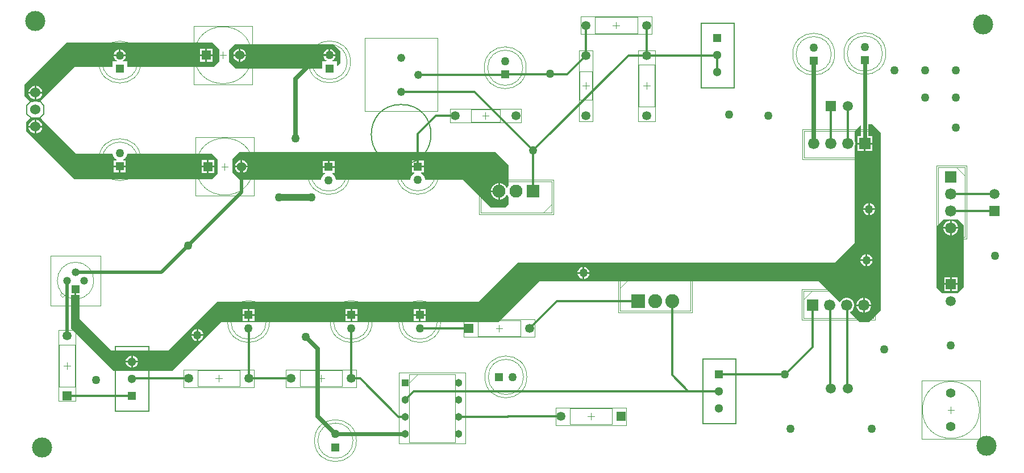
<source format=gbl>
G04*
G04 #@! TF.GenerationSoftware,Altium Limited,Altium Designer,21.2.2 (38)*
G04*
G04 Layer_Physical_Order=2*
G04 Layer_Color=16776960*
%FSLAX25Y25*%
%MOIN*%
G70*
G04*
G04 #@! TF.SameCoordinates,821FD0D4-0334-4DB9-88A1-7179C856D29A*
G04*
G04*
G04 #@! TF.FilePolarity,Positive*
G04*
G01*
G75*
%ADD10C,0.00787*%
%ADD12C,0.00394*%
%ADD16C,0.00600*%
%ADD17C,0.00197*%
%ADD46C,0.01200*%
%ADD47C,0.02500*%
%ADD48C,0.02000*%
%ADD49C,0.02200*%
%ADD50R,0.05020X0.05020*%
%ADD51C,0.05020*%
%ADD52C,0.07618*%
%ADD53R,0.07618X0.07618*%
%ADD54R,0.05118X0.05118*%
%ADD55C,0.05118*%
%ADD56C,0.05906*%
%ADD57R,0.05906X0.05906*%
%ADD58R,0.05512X0.05512*%
%ADD59C,0.05512*%
%ADD60C,0.06000*%
%ADD61C,0.04654*%
%ADD62R,0.04654X0.04654*%
%ADD63C,0.05315*%
%ADD64R,0.05315X0.05315*%
%ADD65R,0.05315X0.05315*%
%ADD66R,0.05020X0.05020*%
%ADD67C,0.04461*%
%ADD68R,0.04461X0.04461*%
%ADD69C,0.06614*%
%ADD70R,0.06614X0.06614*%
%ADD71R,0.06614X0.06614*%
%ADD72R,0.05906X0.05906*%
%ADD73C,0.08209*%
%ADD74R,0.08209X0.08209*%
%ADD75C,0.04842*%
%ADD76C,0.05000*%
%ADD77C,0.11811*%
%ADD78C,0.04000*%
G36*
X397000Y449000D02*
Y442000D01*
X395272Y440272D01*
X394810Y440463D01*
Y442936D01*
X392346D01*
X392212Y443436D01*
X392655Y443691D01*
X393309Y444345D01*
X393771Y445145D01*
X394000Y446000D01*
X390500D01*
X387000D01*
X387229Y445145D01*
X387691Y444345D01*
X388345Y443691D01*
X388788Y443436D01*
X388654Y442936D01*
X386190D01*
Y438626D01*
X335374D01*
X331500Y442500D01*
Y449500D01*
X335000Y453000D01*
X393000D01*
X397000Y449000D01*
D02*
G37*
G36*
X326000Y449789D02*
X326000Y443000D01*
X322500Y439500D01*
X271810D01*
Y442810D01*
X269346D01*
X269212Y443310D01*
X269655Y443565D01*
X270309Y444219D01*
X270771Y445019D01*
X271000Y445874D01*
X267500D01*
X264000D01*
X264229Y445019D01*
X264691Y444219D01*
X265345Y443565D01*
X265788Y443310D01*
X265654Y442810D01*
X263190D01*
Y439500D01*
X241000D01*
X220500Y419000D01*
X219752D01*
X218632Y419300D01*
X217368D01*
X216248Y419000D01*
X215000D01*
X211500Y422500D01*
Y429000D01*
X236289Y453789D01*
X322000D01*
X326000Y449789D01*
D02*
G37*
G36*
X219000Y413500D02*
X217000D01*
Y415500D01*
X219000D01*
Y413500D01*
D02*
G37*
G36*
X714000Y401000D02*
Y296500D01*
X707000Y289500D01*
X701443D01*
X695881Y295062D01*
Y295613D01*
X696645Y296054D01*
X697446Y296855D01*
X698014Y297837D01*
X698307Y298933D01*
Y300067D01*
X698014Y301163D01*
X697446Y302145D01*
X696645Y302946D01*
X695662Y303514D01*
X694567Y303807D01*
X693433D01*
X692338Y303514D01*
X691355Y302946D01*
X690554Y302145D01*
X690170Y301481D01*
X689551Y301393D01*
X677443Y313500D01*
X513500D01*
X489500Y289500D01*
X475941D01*
Y289657D01*
X468626D01*
Y289500D01*
X443907D01*
X443870Y289510D01*
X442946D01*
X442909Y289500D01*
X403730D01*
X403694Y289510D01*
X402770D01*
X402733Y289500D01*
X343499D01*
X343462Y289510D01*
X342538D01*
X342501Y289500D01*
X327000D01*
X298500Y261000D01*
X264000Y261000D01*
X239000Y286000D01*
X239000Y305673D01*
X241000D01*
Y309000D01*
X242000D01*
Y305673D01*
X244000D01*
X244000Y291500D01*
X262500Y273000D01*
X296000D01*
X324500Y301500D01*
X478000D01*
X501000Y324500D01*
X687000D01*
X698500Y336000D01*
Y392814D01*
X698514Y392838D01*
X698807Y393933D01*
Y395067D01*
X698514Y396163D01*
X698500Y396186D01*
Y402000D01*
X701897Y405397D01*
X702359Y405206D01*
Y398807D01*
X700193D01*
Y395000D01*
X704500D01*
X708807D01*
Y398807D01*
X706641D01*
Y406000D01*
X709000D01*
X714000Y401000D01*
D02*
G37*
G36*
X242000Y388500D02*
X263190D01*
Y388433D01*
X263484Y387336D01*
X264051Y386354D01*
X264854Y385551D01*
X265573Y385136D01*
X265439Y384636D01*
X263990D01*
Y381626D01*
X267500D01*
X271010D01*
Y384636D01*
X269561D01*
X269427Y385136D01*
X270146Y385551D01*
X270949Y386354D01*
X271516Y387336D01*
X271810Y388433D01*
Y388500D01*
X321500Y388500D01*
X325000Y385000D01*
X325000Y377000D01*
X321500Y373500D01*
X241000Y373500D01*
X212500Y402000D01*
Y407000D01*
X215000Y409500D01*
X221000D01*
X242000Y388500D01*
D02*
G37*
G36*
X495500Y382000D02*
Y369924D01*
X494827Y368758D01*
X494499Y368696D01*
X494271Y368721D01*
X493848Y369453D01*
X492953Y370348D01*
X491856Y370981D01*
X490633Y371309D01*
X490500D01*
Y366500D01*
Y361691D01*
X490633D01*
X491856Y362019D01*
X492953Y362652D01*
X493848Y363547D01*
X494271Y364279D01*
X494499Y364304D01*
X494827Y364242D01*
X495500Y363076D01*
Y359000D01*
X493500Y357000D01*
X485000D01*
X468881Y373119D01*
X446540D01*
Y373686D01*
X446246Y374782D01*
X445679Y375765D01*
X444876Y376568D01*
X444157Y376983D01*
X444291Y377483D01*
X445740D01*
Y380493D01*
X442230D01*
X438720D01*
Y377483D01*
X440169D01*
X440303Y376983D01*
X439584Y376568D01*
X438781Y375765D01*
X438214Y374782D01*
X437920Y373686D01*
Y373119D01*
X394310D01*
Y373567D01*
X394016Y374663D01*
X393449Y375646D01*
X392646Y376449D01*
X391927Y376864D01*
X392061Y377364D01*
X393510D01*
Y380374D01*
X390000D01*
X386490D01*
Y377364D01*
X387939D01*
X388073Y376864D01*
X387354Y376449D01*
X386551Y375646D01*
X385984Y374663D01*
X385690Y373567D01*
Y373119D01*
X337881D01*
X333500Y377500D01*
Y385500D01*
X337500Y389500D01*
X488000D01*
X495500Y382000D01*
D02*
G37*
G36*
X762500Y346500D02*
Y310000D01*
X759000Y306500D01*
X750000D01*
X746500Y310000D01*
Y339000D01*
Y346000D01*
X750500Y350000D01*
X759000D01*
X762500Y346500D01*
D02*
G37*
%LPC*%
G36*
X391000Y450000D02*
Y447000D01*
X394000D01*
X393771Y447855D01*
X393309Y448655D01*
X392655Y449309D01*
X391855Y449771D01*
X391000Y450000D01*
D02*
G37*
G36*
X338342Y450254D02*
Y447000D01*
X341597D01*
X341342Y447950D01*
X340848Y448806D01*
X340149Y449506D01*
X339292Y450000D01*
X338342Y450254D01*
D02*
G37*
G36*
X337343D02*
X336393Y450000D01*
X335536Y449506D01*
X334837Y448806D01*
X334343Y447950D01*
X334088Y447000D01*
X337343D01*
Y450254D01*
D02*
G37*
G36*
X390000Y450000D02*
X389145Y449771D01*
X388345Y449309D01*
X387691Y448655D01*
X387229Y447855D01*
X387000Y447000D01*
X390000D01*
Y450000D01*
D02*
G37*
G36*
X341597Y446000D02*
X338342D01*
Y442746D01*
X339292Y443000D01*
X340149Y443495D01*
X340848Y444194D01*
X341342Y445050D01*
X341597Y446000D01*
D02*
G37*
G36*
X337343D02*
X334088D01*
X334343Y445050D01*
X334837Y444194D01*
X335536Y443495D01*
X336393Y443000D01*
X337343Y442746D01*
Y446000D01*
D02*
G37*
G36*
X321913Y450256D02*
X318657D01*
Y447000D01*
X321913D01*
Y450256D01*
D02*
G37*
G36*
X317657D02*
X314402D01*
Y447000D01*
X317657D01*
Y450256D01*
D02*
G37*
G36*
X268000Y449874D02*
Y446874D01*
X271000D01*
X270771Y447729D01*
X270309Y448529D01*
X269655Y449183D01*
X268855Y449645D01*
X268000Y449874D01*
D02*
G37*
G36*
X267000Y449874D02*
X266145Y449645D01*
X265345Y449183D01*
X264691Y448529D01*
X264229Y447729D01*
X264000Y446874D01*
X267000D01*
Y449874D01*
D02*
G37*
G36*
X321913Y446000D02*
X318657D01*
Y442744D01*
X321913D01*
Y446000D01*
D02*
G37*
G36*
X317657D02*
X314402D01*
Y442744D01*
X317657D01*
Y446000D01*
D02*
G37*
G36*
X218527Y428500D02*
X218500D01*
Y425500D01*
X219000D01*
Y425000D01*
X222000D01*
Y425027D01*
X221727Y426044D01*
X221201Y426956D01*
X220456Y427701D01*
X219544Y428227D01*
X218527Y428500D01*
D02*
G37*
G36*
X217500D02*
X217473D01*
X216456Y428227D01*
X215544Y427701D01*
X214799Y426956D01*
X214273Y426044D01*
X214000Y425027D01*
Y425000D01*
X217000D01*
Y425500D01*
X217500D01*
Y428500D01*
D02*
G37*
G36*
X222000Y424000D02*
X219000D01*
Y423500D01*
X218500D01*
Y420500D01*
X218527D01*
X219544Y420773D01*
X220456Y421299D01*
X221201Y422044D01*
X221727Y422956D01*
X222000Y423973D01*
Y424000D01*
D02*
G37*
G36*
X217000D02*
X214000D01*
Y423973D01*
X214273Y422956D01*
X214799Y422044D01*
X215544Y421299D01*
X216456Y420773D01*
X217473Y420500D01*
X217500D01*
Y423500D01*
X217000D01*
Y424000D01*
D02*
G37*
G36*
X708807Y394000D02*
X705000D01*
Y390193D01*
X708807D01*
Y394000D01*
D02*
G37*
G36*
X704000D02*
X700193D01*
Y390193D01*
X704000D01*
Y394000D01*
D02*
G37*
G36*
X707500Y359489D02*
Y356500D01*
X710490D01*
X710261Y357351D01*
X709801Y358149D01*
X709149Y358801D01*
X708351Y359261D01*
X707500Y359489D01*
D02*
G37*
G36*
X706500D02*
X705649Y359261D01*
X704851Y358801D01*
X704199Y358149D01*
X703738Y357351D01*
X703511Y356500D01*
X706500D01*
Y359489D01*
D02*
G37*
G36*
X710490Y355500D02*
X707500D01*
Y352510D01*
X708351Y352738D01*
X709149Y353199D01*
X709801Y353851D01*
X710261Y354649D01*
X710490Y355500D01*
D02*
G37*
G36*
X706500D02*
X703511D01*
X703738Y354649D01*
X704199Y353851D01*
X704851Y353199D01*
X705649Y352738D01*
X706500Y352510D01*
Y355500D01*
D02*
G37*
G36*
X706000Y329489D02*
Y326500D01*
X708989D01*
X708762Y327351D01*
X708301Y328149D01*
X707649Y328801D01*
X706851Y329261D01*
X706000Y329489D01*
D02*
G37*
G36*
X705000D02*
X704149Y329261D01*
X703351Y328801D01*
X702699Y328149D01*
X702239Y327351D01*
X702010Y326500D01*
X705000D01*
Y329489D01*
D02*
G37*
G36*
X708989Y325500D02*
X706000D01*
Y322511D01*
X706851Y322739D01*
X707649Y323199D01*
X708301Y323851D01*
X708762Y324649D01*
X708989Y325500D01*
D02*
G37*
G36*
X705000D02*
X702010D01*
X702239Y324649D01*
X702699Y323851D01*
X703351Y323199D01*
X704149Y322739D01*
X705000Y322511D01*
Y325500D01*
D02*
G37*
G36*
X540000Y321989D02*
Y319000D01*
X542989D01*
X542762Y319851D01*
X542301Y320649D01*
X541649Y321301D01*
X540851Y321761D01*
X540000Y321989D01*
D02*
G37*
G36*
X539000D02*
X538149Y321761D01*
X537351Y321301D01*
X536699Y320649D01*
X536238Y319851D01*
X536011Y319000D01*
X539000D01*
Y321989D01*
D02*
G37*
G36*
X542989Y318000D02*
X540000D01*
Y315010D01*
X540851Y315238D01*
X541649Y315699D01*
X542301Y316351D01*
X542762Y317149D01*
X542989Y318000D01*
D02*
G37*
G36*
X539000D02*
X536011D01*
X536238Y317149D01*
X536699Y316351D01*
X537351Y315699D01*
X538149Y315238D01*
X539000Y315010D01*
Y318000D01*
D02*
G37*
G36*
X704567Y303807D02*
X704500D01*
Y300000D01*
X708307D01*
Y300067D01*
X708014Y301163D01*
X707446Y302145D01*
X706645Y302946D01*
X705662Y303514D01*
X704567Y303807D01*
D02*
G37*
G36*
X703500D02*
X703433D01*
X702338Y303514D01*
X701355Y302946D01*
X700554Y302145D01*
X699986Y301163D01*
X699693Y300067D01*
Y300000D01*
X703500D01*
Y303807D01*
D02*
G37*
G36*
X708307Y299000D02*
X704500D01*
Y295193D01*
X704567D01*
X705662Y295486D01*
X706645Y296054D01*
X707446Y296855D01*
X708014Y297837D01*
X708307Y298933D01*
Y299000D01*
D02*
G37*
G36*
X703500D02*
X699693D01*
Y298933D01*
X699986Y297837D01*
X700554Y296855D01*
X701355Y296054D01*
X702338Y295486D01*
X703433Y295193D01*
X703500D01*
Y299000D01*
D02*
G37*
G36*
X446918Y297384D02*
X443908D01*
Y294374D01*
X446918D01*
Y297384D01*
D02*
G37*
G36*
X406742D02*
X403732D01*
Y294374D01*
X406742D01*
Y297384D01*
D02*
G37*
G36*
X346510D02*
X343500D01*
Y294374D01*
X346510D01*
Y297384D01*
D02*
G37*
G36*
X442908D02*
X439898D01*
Y294374D01*
X442908D01*
Y297384D01*
D02*
G37*
G36*
X402732D02*
X399722D01*
Y294374D01*
X402732D01*
Y297384D01*
D02*
G37*
G36*
X342500D02*
X339490D01*
Y294374D01*
X342500D01*
Y297384D01*
D02*
G37*
G36*
X446918Y293374D02*
X443908D01*
Y290364D01*
X446918D01*
Y293374D01*
D02*
G37*
G36*
X442908D02*
X439898D01*
Y290364D01*
X442908D01*
Y293374D01*
D02*
G37*
G36*
X406742D02*
X403732D01*
Y290364D01*
X406742D01*
Y293374D01*
D02*
G37*
G36*
X402732D02*
X399722D01*
Y290364D01*
X402732D01*
Y293374D01*
D02*
G37*
G36*
X346510D02*
X343500D01*
Y290364D01*
X346510D01*
Y293374D01*
D02*
G37*
G36*
X342500D02*
X339490D01*
Y290364D01*
X342500D01*
Y293374D01*
D02*
G37*
G36*
X313500Y285490D02*
Y282500D01*
X316490D01*
X316262Y283351D01*
X315801Y284149D01*
X315149Y284801D01*
X314351Y285262D01*
X313500Y285490D01*
D02*
G37*
G36*
X312500D02*
X311649Y285262D01*
X310851Y284801D01*
X310199Y284149D01*
X309738Y283351D01*
X309510Y282500D01*
X312500D01*
Y285490D01*
D02*
G37*
G36*
X316490Y281500D02*
X313500D01*
Y278510D01*
X314351Y278738D01*
X315149Y279199D01*
X315801Y279851D01*
X316262Y280649D01*
X316490Y281500D01*
D02*
G37*
G36*
X312500D02*
X309510D01*
X309738Y280649D01*
X310199Y279851D01*
X310851Y279199D01*
X311649Y278738D01*
X312500Y278510D01*
Y281500D01*
D02*
G37*
G36*
X275051Y269962D02*
Y266912D01*
X278102D01*
X277868Y267785D01*
X277399Y268597D01*
X276737Y269260D01*
X275925Y269728D01*
X275051Y269962D01*
D02*
G37*
G36*
X274051D02*
X273178Y269728D01*
X272366Y269260D01*
X271704Y268597D01*
X271235Y267785D01*
X271001Y266912D01*
X274051D01*
Y269962D01*
D02*
G37*
G36*
X278102Y265912D02*
X275051D01*
Y262861D01*
X275925Y263095D01*
X276737Y263564D01*
X277399Y264226D01*
X277868Y265038D01*
X278102Y265912D01*
D02*
G37*
G36*
X274051D02*
X271001D01*
X271235Y265038D01*
X271704Y264226D01*
X272366Y263564D01*
X273178Y263095D01*
X274051Y262861D01*
Y265912D01*
D02*
G37*
G36*
X218527Y408500D02*
X218500D01*
Y405500D01*
X219000D01*
Y405000D01*
X222000D01*
Y405027D01*
X221727Y406044D01*
X221201Y406956D01*
X220456Y407701D01*
X219544Y408227D01*
X218527Y408500D01*
D02*
G37*
G36*
X217500D02*
X217473D01*
X216456Y408227D01*
X215544Y407701D01*
X214799Y406956D01*
X214273Y406044D01*
X214000Y405027D01*
Y405000D01*
X217000D01*
Y405500D01*
X217500D01*
Y408500D01*
D02*
G37*
G36*
X222000Y404000D02*
X219000D01*
Y403500D01*
X218500D01*
Y400500D01*
X218527D01*
X219544Y400773D01*
X220456Y401299D01*
X221201Y402044D01*
X221727Y402956D01*
X222000Y403973D01*
Y404000D01*
D02*
G37*
G36*
X217000D02*
X214000D01*
Y403973D01*
X214273Y402956D01*
X214799Y402044D01*
X215544Y401299D01*
X216456Y400773D01*
X217473Y400500D01*
X217500D01*
Y403500D01*
X217000D01*
Y404000D01*
D02*
G37*
G36*
X322913Y384756D02*
X319657D01*
Y381500D01*
X322913D01*
Y384756D01*
D02*
G37*
G36*
X318657D02*
X315402D01*
Y381500D01*
X318657D01*
Y384756D01*
D02*
G37*
G36*
X271010Y380626D02*
X268000D01*
Y377616D01*
X271010D01*
Y380626D01*
D02*
G37*
G36*
X267000D02*
X263990D01*
Y377616D01*
X267000D01*
Y380626D01*
D02*
G37*
G36*
X322913Y380500D02*
X319657D01*
Y377244D01*
X322913D01*
Y380500D01*
D02*
G37*
G36*
X318657D02*
X315402D01*
Y377244D01*
X318657D01*
Y380500D01*
D02*
G37*
G36*
X339342Y384754D02*
Y381500D01*
X342597D01*
X342342Y382450D01*
X341848Y383306D01*
X341149Y384005D01*
X340292Y384500D01*
X339342Y384754D01*
D02*
G37*
G36*
X338342D02*
X337393Y384500D01*
X336536Y384005D01*
X335837Y383306D01*
X335343Y382450D01*
X335088Y381500D01*
X338342D01*
Y384754D01*
D02*
G37*
G36*
X445740Y384503D02*
X442730D01*
Y381493D01*
X445740D01*
Y384503D01*
D02*
G37*
G36*
X441730D02*
X438720D01*
Y381493D01*
X441730D01*
Y384503D01*
D02*
G37*
G36*
X393510Y384384D02*
X390500D01*
Y381374D01*
X393510D01*
Y384384D01*
D02*
G37*
G36*
X389500D02*
X386490D01*
Y381374D01*
X389500D01*
Y384384D01*
D02*
G37*
G36*
X342597Y380500D02*
X339342D01*
Y377246D01*
X340292Y377500D01*
X341149Y377994D01*
X341848Y378694D01*
X342342Y379550D01*
X342597Y380500D01*
D02*
G37*
G36*
X338342D02*
X335088D01*
X335343Y379550D01*
X335837Y378694D01*
X336536Y377994D01*
X337393Y377500D01*
X338342Y377246D01*
Y380500D01*
D02*
G37*
G36*
X489500Y371309D02*
X489367D01*
X488144Y370981D01*
X487047Y370348D01*
X486152Y369453D01*
X485519Y368356D01*
X485191Y367133D01*
Y367000D01*
X489500D01*
Y371309D01*
D02*
G37*
G36*
Y366000D02*
X485191D01*
Y365867D01*
X485519Y364644D01*
X486152Y363547D01*
X487047Y362652D01*
X488144Y362019D01*
X489367Y361691D01*
X489500D01*
Y366000D01*
D02*
G37*
G36*
X755567Y349307D02*
X755500D01*
Y345500D01*
X759307D01*
Y345567D01*
X759014Y346662D01*
X758447Y347645D01*
X757645Y348446D01*
X756663Y349014D01*
X755567Y349307D01*
D02*
G37*
G36*
X754500D02*
X754433D01*
X753337Y349014D01*
X752355Y348446D01*
X751553Y347645D01*
X750986Y346662D01*
X750693Y345567D01*
Y345500D01*
X754500D01*
Y349307D01*
D02*
G37*
G36*
X759307Y344500D02*
X755500D01*
Y340693D01*
X755567D01*
X756663Y340986D01*
X757645Y341553D01*
X758447Y342355D01*
X759014Y343337D01*
X759307Y344433D01*
Y344500D01*
D02*
G37*
G36*
X754500D02*
X750693D01*
Y344433D01*
X750986Y343337D01*
X751553Y342355D01*
X752355Y341553D01*
X753337Y340986D01*
X754433Y340693D01*
X754500D01*
Y344500D01*
D02*
G37*
G36*
X758953Y315953D02*
X755500D01*
Y312500D01*
X758953D01*
Y315953D01*
D02*
G37*
G36*
X754500D02*
X751047D01*
Y312500D01*
X754500D01*
Y315953D01*
D02*
G37*
G36*
X758953Y311500D02*
X755500D01*
Y308047D01*
X758953D01*
Y311500D01*
D02*
G37*
G36*
X754500D02*
X751047D01*
Y308047D01*
X754500D01*
Y311500D01*
D02*
G37*
%LPD*%
D10*
X432500Y382453D02*
G03*
X432500Y417492I0J17520D01*
G01*
D02*
G03*
X432500Y382453I0J-17520D01*
G01*
D12*
X684835Y447063D02*
G03*
X684835Y447063I-10335J0D01*
G01*
X714835Y447437D02*
G03*
X714835Y447437I-10335J0D01*
G01*
X344732Y446500D02*
G03*
X344732Y446500I-16732J0D01*
G01*
X400335Y376937D02*
G03*
X400335Y376937I-10335J0D01*
G01*
X400835Y442563D02*
G03*
X400835Y442563I-10335J0D01*
G01*
X345732Y381000D02*
G03*
X345732Y381000I-16732J0D01*
G01*
X277835Y442437D02*
G03*
X277835Y442437I-10335J0D01*
G01*
Y385063D02*
G03*
X277835Y385063I-10335J0D01*
G01*
X241500Y324701D02*
G03*
X241500Y303299I0J-10701D01*
G01*
D02*
G03*
X241500Y324701I0J10701D01*
G01*
X353335Y289937D02*
G03*
X353335Y289937I-10335J0D01*
G01*
X453743D02*
G03*
X453743Y289937I-10335J0D01*
G01*
X452565Y377056D02*
G03*
X452565Y377056I-10335J0D01*
G01*
X504272Y257382D02*
G03*
X504272Y257382I-10335J0D01*
G01*
X771732Y238000D02*
G03*
X771732Y238000I-16732J0D01*
G01*
X413566Y289937D02*
G03*
X413566Y289937I-10335J0D01*
G01*
X404299Y219939D02*
G03*
X404299Y219939I-10335J0D01*
G01*
X503890Y439082D02*
G03*
X503890Y439082I-10335J0D01*
G01*
X515748Y353902D02*
X520748Y358902D01*
Y353902D02*
Y372406D01*
X479252D02*
X520748D01*
X479252Y353902D02*
Y372406D01*
Y353902D02*
X520748D01*
X628528Y230240D02*
Y267760D01*
X609512Y230240D02*
Y267760D01*
X628528D01*
X609512Y230240D02*
X628528D01*
X232445Y305732D02*
X233311Y306716D01*
X232445Y305732D02*
X233823Y304354D01*
X235201Y305732D01*
X265024Y275171D02*
X284040D01*
X265024Y237652D02*
X284040D01*
Y275171D01*
X265024Y237652D02*
Y275171D01*
X231776Y276402D02*
X241224D01*
Y251598D02*
Y276402D01*
X231776Y251598D02*
Y276402D01*
Y251598D02*
X241224D01*
X373098Y251776D02*
Y261224D01*
X397902D01*
X373098Y251776D02*
X397902D01*
Y261224D01*
X502402Y281276D02*
Y290724D01*
X477598Y281276D02*
X502402D01*
X477598Y290724D02*
X502402D01*
X477598Y281276D02*
Y290724D01*
X473634Y414642D02*
X490366D01*
X473634Y407358D02*
Y414642D01*
X490366Y407358D02*
Y414642D01*
X473634Y407358D02*
X490366D01*
X437069Y254075D02*
X442069Y259075D01*
X437069Y219075D02*
Y259075D01*
Y219075D02*
X464069D01*
Y259075D01*
X437069D02*
X464069D01*
X531488Y229435D02*
Y238884D01*
X556291D01*
X531488Y229435D02*
X556291D01*
Y238884D01*
X668508Y302807D02*
X673508Y307807D01*
X668508Y292020D02*
Y307807D01*
Y292020D02*
X709492D01*
Y307807D01*
X668508D02*
X709492D01*
X763307Y339508D02*
Y380492D01*
X747520Y339508D02*
X763307D01*
X747520D02*
Y380492D01*
X763307D01*
X758307D02*
X763307Y375492D01*
X560791Y309697D02*
X565791Y314697D01*
X560791Y296390D02*
Y314697D01*
Y296390D02*
X602209D01*
Y314697D01*
X560791D02*
X602209D01*
X313098Y251776D02*
Y261224D01*
X337902D01*
X313098Y251776D02*
X337902D01*
Y261224D01*
X571776Y416098D02*
X581224D01*
X571776D02*
Y440902D01*
X581224Y416098D02*
Y440902D01*
X571776D02*
X581224D01*
X571064Y459333D02*
Y468782D01*
X546260Y459333D02*
X571064D01*
X546260Y468782D02*
X571064D01*
X546260Y459333D02*
Y468782D01*
X537169Y420134D02*
Y436866D01*
Y420134D02*
X544452D01*
X537169Y436866D02*
X544452D01*
Y420134D02*
Y436866D01*
X608512Y427740D02*
X627528D01*
X608512Y465260D02*
X627528D01*
X608512Y427740D02*
Y465260D01*
X627528Y427740D02*
Y465260D01*
X704992Y386193D02*
X709992Y391193D01*
Y386193D02*
Y401980D01*
X669008D02*
X709992D01*
X669008Y386193D02*
Y401980D01*
Y386193D02*
X709992D01*
X619000Y247031D02*
Y250969D01*
X617031Y249000D02*
X620968D01*
X326031Y446500D02*
X329969D01*
X328000Y444531D02*
Y448468D01*
X329000Y379031D02*
Y382968D01*
X327031Y381000D02*
X330968D01*
X226862Y299362D02*
X256138D01*
X226862D02*
Y328638D01*
X256138D01*
Y299362D02*
Y328638D01*
X272583Y256412D02*
X276520D01*
X274551Y254443D02*
Y258380D01*
X236500Y262032D02*
Y265968D01*
X234531Y264000D02*
X238469D01*
X383531Y256500D02*
X387469D01*
X385500Y254532D02*
Y258469D01*
X488031Y286000D02*
X491968D01*
X490000Y284032D02*
Y287968D01*
X482000Y409031D02*
Y412968D01*
X480031Y411000D02*
X483968D01*
X541921Y234159D02*
X545857D01*
X543889Y232191D02*
Y236128D01*
X753031Y238000D02*
X756968D01*
X755000Y236032D02*
Y239968D01*
X323532Y256500D02*
X327468D01*
X325500Y254532D02*
Y258469D01*
X576500Y426532D02*
Y430469D01*
X574532Y428500D02*
X578469D01*
X556694Y464058D02*
X560631D01*
X558662Y462089D02*
Y466026D01*
X538842Y428500D02*
X542779D01*
X540811Y426532D02*
Y430469D01*
X616032Y446500D02*
X619969D01*
X618000Y444531D02*
Y448468D01*
X453957Y413555D02*
Y456468D01*
X411043D02*
X453957D01*
X411043Y413555D02*
Y456468D01*
Y413555D02*
X453957D01*
D16*
X223000Y422000D02*
Y427000D01*
X220500Y419500D02*
X223000Y422000D01*
X215500Y419500D02*
X220500D01*
X213000Y422000D02*
X215500Y419500D01*
X220500D02*
X223000Y417000D01*
Y412000D02*
Y417000D01*
X220500Y409500D02*
X223000Y412000D01*
X215500Y409500D02*
X220500D01*
X213000Y412000D02*
X215500Y409500D01*
X213000Y412000D02*
Y417000D01*
X215500Y419500D01*
Y429500D02*
X220500D01*
X223000Y427000D01*
X213000D02*
X215500Y429500D01*
X213000Y422000D02*
Y427000D01*
X220500Y409500D02*
X223000Y407000D01*
Y402000D02*
Y407000D01*
X220500Y399500D02*
X223000Y402000D01*
X215500Y399500D02*
X220500D01*
X213000Y402000D02*
X215500Y399500D01*
X213000Y402000D02*
Y407000D01*
X215500Y409500D01*
D17*
X686803Y447063D02*
G03*
X686803Y447063I-12303J0D01*
G01*
X716803Y447437D02*
G03*
X716803Y447437I-12303J0D01*
G01*
X402303Y376937D02*
G03*
X402303Y376937I-12303J0D01*
G01*
X402803Y442563D02*
G03*
X402803Y442563I-12303J0D01*
G01*
X279803Y442437D02*
G03*
X279803Y442437I-12303J0D01*
G01*
Y385063D02*
G03*
X279803Y385063I-12303J0D01*
G01*
X355303Y289937D02*
G03*
X355303Y289937I-12303J0D01*
G01*
X455711D02*
G03*
X455711Y289937I-12303J0D01*
G01*
X454533Y377056D02*
G03*
X454533Y377056I-12303J0D01*
G01*
X506240Y257382D02*
G03*
X506240Y257382I-12303J0D01*
G01*
X415535Y289937D02*
G03*
X415535Y289937I-12303J0D01*
G01*
X406268Y219939D02*
G03*
X406268Y219939I-12303J0D01*
G01*
X505858Y439082D02*
G03*
X505858Y439082I-12303J0D01*
G01*
X521732Y352917D02*
Y373390D01*
X478268D02*
X521732D01*
X478268Y352917D02*
Y373390D01*
Y352917D02*
X521732D01*
X628921Y229847D02*
Y268154D01*
X609118Y229847D02*
X628921D01*
X609118D02*
Y268154D01*
X628921D01*
X310874Y463626D02*
X345126D01*
X310874Y429374D02*
Y463626D01*
Y429374D02*
X345126D01*
Y463626D01*
X346126Y363874D02*
Y398126D01*
X311874Y363874D02*
X346126D01*
X311874D02*
Y398126D01*
X346126D01*
X264630Y237258D02*
X284433D01*
Y275565D01*
X264630D02*
X284433D01*
X264630Y237258D02*
Y275565D01*
X231382Y243232D02*
X241618D01*
Y284768D01*
X231382Y243232D02*
Y284768D01*
X241618D01*
X406268Y251382D02*
Y261618D01*
X364732D02*
X406268D01*
X364732Y251382D02*
X406268D01*
X364732D02*
Y261618D01*
X469232Y280882D02*
Y291118D01*
Y280882D02*
X510768D01*
X469232Y291118D02*
X510768D01*
Y280882D02*
Y291118D01*
X461232Y406965D02*
X502768D01*
X461232D02*
Y415035D01*
X502768Y406965D02*
Y415035D01*
X461232D02*
X502768D01*
X431105Y218091D02*
Y260059D01*
Y218091D02*
X470034D01*
Y260059D01*
X431105D02*
X470034D01*
X564657Y229041D02*
Y239277D01*
X523121D02*
X564657D01*
X523121Y229041D02*
X564657D01*
X523121D02*
Y239277D01*
X667524Y291035D02*
Y308791D01*
Y291035D02*
X710476D01*
Y308791D01*
X667524D02*
X710476D01*
X764291Y338524D02*
Y381476D01*
X746535Y338524D02*
X764291D01*
X746535D02*
Y381476D01*
X764291D01*
X737874Y255126D02*
X772126D01*
Y220874D02*
Y255126D01*
X737874Y220874D02*
X772126D01*
X737874D02*
Y255126D01*
X559807Y295406D02*
Y315681D01*
Y295406D02*
X603193D01*
Y315681D01*
X559807D02*
X603193D01*
X346268Y251382D02*
Y261618D01*
X304732D02*
X346268D01*
X304732Y251382D02*
X346268D01*
X304732D02*
Y261618D01*
X571382Y449268D02*
X581618D01*
X571382Y407732D02*
Y449268D01*
X581618Y407732D02*
Y449268D01*
X571382Y407732D02*
X581618D01*
X537894Y458940D02*
Y469176D01*
Y458940D02*
X579430D01*
X537894Y469176D02*
X579430D01*
Y458940D02*
Y469176D01*
X544846Y407732D02*
Y449268D01*
X536775Y407732D02*
X544846D01*
X536775Y449268D02*
X544846D01*
X536775Y407732D02*
Y449268D01*
X608118Y465654D02*
X627921D01*
X608118Y427347D02*
Y465654D01*
Y427347D02*
X627921D01*
Y465654D01*
X710976Y385209D02*
Y402965D01*
X668024D02*
X710976D01*
X668024Y385209D02*
Y402965D01*
Y385209D02*
X710976D01*
D46*
X684250Y250750D02*
Y299250D01*
X601000Y249000D02*
X619000D01*
X591500Y258500D02*
X601000Y249000D01*
X591500Y258500D02*
Y302000D01*
X439868Y249000D02*
X601000D01*
X523716Y302000D02*
X571500D01*
X507717Y286000D02*
X523716Y302000D01*
X619208Y258792D02*
X657792D01*
X619000Y259000D02*
X619208Y258792D01*
X674000Y275000D02*
Y299500D01*
X657792Y258792D02*
X674000Y275000D01*
X684250Y250750D02*
X684500Y250500D01*
X684000Y299500D02*
X684250Y299250D01*
X694250Y250750D02*
Y299250D01*
X694000Y299500D02*
X694250Y299250D01*
Y250750D02*
X694500Y250500D01*
Y394500D02*
Y416500D01*
X684500Y394500D02*
Y416500D01*
X755000Y355000D02*
X780500D01*
X755000Y365000D02*
X780500D01*
X434943Y244075D02*
X439868Y249000D01*
X384500Y446500D02*
X390500D01*
X394000Y223911D02*
X394064Y223975D01*
X393965Y223876D02*
X394000Y223911D01*
X434844Y223975D02*
X434943Y224075D01*
X236500Y246284D02*
X236628Y246412D01*
X274551D01*
X495077Y234102D02*
X526115D01*
X526172Y234159D01*
X495053Y234078D02*
X495077Y234102D01*
X466198Y234078D02*
X495053D01*
X466195Y234075D02*
X466198Y234078D01*
X561500Y234265D02*
X561606Y234159D01*
X443408Y286000D02*
X472284D01*
X343108Y256608D02*
Y285892D01*
X343000Y286000D02*
X343108Y285892D01*
Y256608D02*
X343216Y256500D01*
X403224Y256507D02*
Y285993D01*
X403217Y256500D02*
X403224Y256507D01*
Y285993D02*
X403232Y286000D01*
X430925Y234075D02*
X434943D01*
X408500Y256500D02*
X430925Y234075D01*
X403217Y256500D02*
X408500D01*
X343216D02*
X367783D01*
X274596Y256456D02*
X307739D01*
X307784Y256500D01*
X274551Y256412D02*
X274596Y256456D01*
X565717Y446216D02*
X576500D01*
X475480Y425020D02*
X510000Y390500D01*
X565717Y446216D01*
X510000Y366500D02*
Y390500D01*
X432500Y425020D02*
X475480D01*
X618000Y436500D02*
Y446500D01*
X576642Y446358D02*
X617858D01*
X576500Y446216D02*
X576642Y446358D01*
X617858D02*
X618000Y446500D01*
X576439Y446277D02*
X576500Y446216D01*
X576379Y464058D02*
X576439Y463997D01*
Y446277D02*
Y463997D01*
X540878Y446284D02*
Y463990D01*
X540945Y464058D01*
X540811Y446216D02*
X540878Y446284D01*
X493555Y435145D02*
X529739D01*
X540811Y446216D01*
X493422Y435012D02*
X493555Y435145D01*
X442480Y435012D02*
X493422D01*
X499858Y366642D02*
X500000Y366500D01*
X499825Y410892D02*
X499858Y410858D01*
X499717Y411000D02*
X499825Y410892D01*
X540702D02*
X540811Y410783D01*
X442230Y380993D02*
Y400230D01*
X453000Y411000D01*
X464284D01*
D47*
X376500Y281000D02*
X383500Y274000D01*
Y234341D02*
X393965Y223876D01*
X383500Y234341D02*
Y274000D01*
X370500Y397500D02*
Y432500D01*
X384500Y446500D01*
X674500Y394500D02*
Y443126D01*
D48*
X338843Y365843D02*
Y381000D01*
X292000Y319000D02*
X338843Y365843D01*
X241500Y319000D02*
X292000D01*
X236500Y281716D02*
Y314000D01*
D49*
X704500Y394500D02*
Y443500D01*
X394064Y223975D02*
X434844D01*
D50*
X674500Y443126D02*
D03*
X704500Y443500D02*
D03*
X390000Y380874D02*
D03*
X390500Y438626D02*
D03*
X267500Y438500D02*
D03*
Y381126D02*
D03*
X343000Y293874D02*
D03*
X443408D02*
D03*
X442230Y380993D02*
D03*
X403232Y293874D02*
D03*
X393965Y216002D02*
D03*
X493555Y435145D02*
D03*
D51*
X674500Y451000D02*
D03*
X704500Y451374D02*
D03*
X493555Y443019D02*
D03*
X390000Y373000D02*
D03*
X390500Y446500D02*
D03*
X267500Y446374D02*
D03*
Y389000D02*
D03*
X343000Y286000D02*
D03*
X443408D02*
D03*
X442230Y373119D02*
D03*
X497874Y257382D02*
D03*
X403232Y286000D02*
D03*
X393965Y223876D02*
D03*
D52*
X490000Y366500D02*
D03*
X500000D02*
D03*
D53*
X510000D02*
D03*
D54*
X619000Y259000D02*
D03*
X274551Y246412D02*
D03*
X618000Y456500D02*
D03*
D55*
X619000Y249000D02*
D03*
Y239000D02*
D03*
X274551Y266412D02*
D03*
Y256412D02*
D03*
X618000Y436500D02*
D03*
Y446500D02*
D03*
D56*
X755000Y302000D02*
D03*
X694500Y416500D02*
D03*
Y250500D02*
D03*
X684500D02*
D03*
X780500Y365000D02*
D03*
D57*
X755000Y312000D02*
D03*
X780500Y355000D02*
D03*
D58*
X318158Y446500D02*
D03*
X319158Y381000D02*
D03*
D59*
X337842Y446500D02*
D03*
X338843Y381000D02*
D03*
X755000Y247843D02*
D03*
Y228157D02*
D03*
D60*
X218000Y424500D02*
D03*
Y414500D02*
D03*
Y404500D02*
D03*
D61*
X236500Y314000D02*
D03*
X241500Y319000D02*
D03*
X246500Y314000D02*
D03*
D62*
X241500Y309000D02*
D03*
D63*
X236500Y281716D02*
D03*
X367783Y256500D02*
D03*
X403217D02*
D03*
X507717Y286000D02*
D03*
X499717Y411000D02*
D03*
X464284D02*
D03*
X526172Y234159D02*
D03*
X307784Y256500D02*
D03*
X343216D02*
D03*
X576500Y410783D02*
D03*
Y446216D02*
D03*
X576379Y464058D02*
D03*
X540945D02*
D03*
X540811Y446216D02*
D03*
Y410783D02*
D03*
D64*
X236500Y246284D02*
D03*
D65*
X472284Y286000D02*
D03*
X561606Y234159D02*
D03*
D66*
X490000Y257382D02*
D03*
D67*
X466195Y254075D02*
D03*
Y244075D02*
D03*
Y234075D02*
D03*
Y224075D02*
D03*
X434943D02*
D03*
Y234075D02*
D03*
Y244075D02*
D03*
D68*
Y254075D02*
D03*
D69*
X704000Y299500D02*
D03*
X694000D02*
D03*
X684000D02*
D03*
X755000Y365000D02*
D03*
Y355000D02*
D03*
Y345000D02*
D03*
X674500Y394500D02*
D03*
X684500D02*
D03*
X694500D02*
D03*
D70*
X674000Y299500D02*
D03*
X704500Y394500D02*
D03*
D71*
X755000Y375000D02*
D03*
D72*
X684500Y416500D02*
D03*
D73*
X591500Y302000D02*
D03*
X581500D02*
D03*
D74*
X571500D02*
D03*
D75*
X432500Y425020D02*
D03*
X442480Y435012D02*
D03*
X432500Y445000D02*
D03*
D76*
X539500Y318500D02*
D03*
X705500Y326000D02*
D03*
X510000Y390500D02*
D03*
X520000Y435500D02*
D03*
X253500Y255500D02*
D03*
X307500Y334500D02*
D03*
X313000Y282000D02*
D03*
X648000Y411000D02*
D03*
X625000Y411500D02*
D03*
X707000Y356000D02*
D03*
X661000Y227000D02*
D03*
X708500D02*
D03*
X755000Y276000D02*
D03*
X722000Y437500D02*
D03*
X740000Y421500D02*
D03*
Y437500D02*
D03*
X758000D02*
D03*
Y421500D02*
D03*
X781000Y328500D02*
D03*
X716000Y273500D02*
D03*
X657500Y259000D02*
D03*
X758000Y404000D02*
D03*
X361000Y363000D02*
D03*
X380000D02*
D03*
X370500Y397500D02*
D03*
X376500Y281000D02*
D03*
D77*
X774000Y464500D02*
D03*
X776000Y217000D02*
D03*
X222000Y216000D02*
D03*
X218000Y466500D02*
D03*
D78*
X361000Y363000D02*
X380000D01*
M02*

</source>
